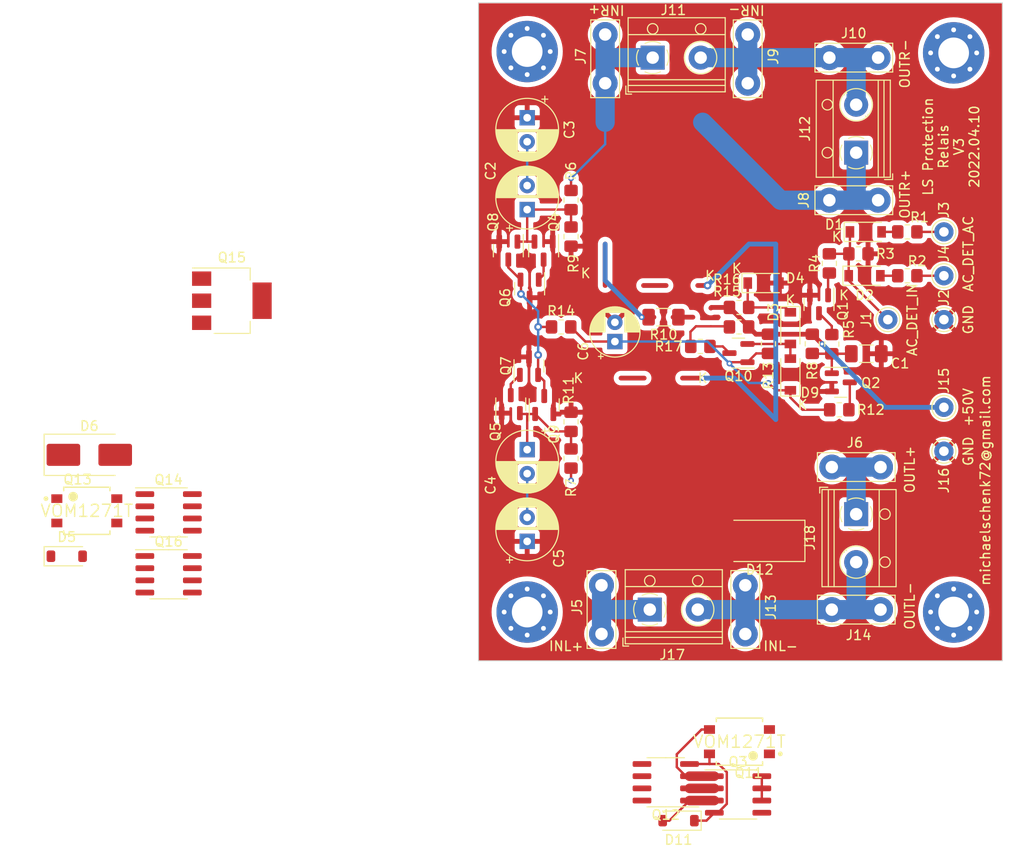
<source format=kicad_pcb>
(kicad_pcb (version 20221018) (generator pcbnew)
  (layers (0 "F.Cu" signal) (31 "B.Cu" signal) (34 "B.Paste" user) (35 "F.Paste" user) (36 "B.SilkS" user "B.Silkscreen") (37 "F.SilkS" user "F.Silkscreen") (38 "B.Mask" user) (39 "F.Mask" user) (44 "Edge.Cuts" user))
  (net 0 "")
  (net 1 "Net-(Q2-B)")
  (net 2 "Net-(Q4-E)")
  (net 3 "Net-(C2-Pad2)")
  (net 4 "Net-(Q5-E)")
  (net 5 "Net-(C4-Pad2)")
  (net 6 "GND")
  (net 7 "Net-(D9-K)")
  (net 8 "Net-(D1-K)")
  (net 9 "Net-(D1-A)")
  (net 10 "Net-(D2-A)")
  (net 11 "Net-(D3-K)")
  (net 12 "Net-(D3-A)")
  (net 13 "Net-(D11-K)")
  (net 14 "Net-(D11-A)")
  (net 15 "Net-(D12-A1)")
  (net 16 "Net-(J3-Pin_1)")
  (net 17 "Net-(J4-Pin_1)")
  (net 18 "INL+")
  (net 19 "INR+")
  (net 20 "Net-(D5-K)")
  (net 21 "Net-(J10-Pin_1)")
  (net 22 "Net-(J13-Pin_1)")
  (net 23 "Net-(J15-Pin_1)")
  (net 24 "Net-(Q1-B)")
  (net 25 "Net-(Q1-C)")
  (net 26 "Net-(Q2-C)")
  (net 27 "Net-(Q4-C)")
  (net 28 "Net-(Q5-C)")
  (net 29 "Net-(Q6-E)")
  (net 30 "Net-(Q10-C)")
  (net 31 "Net-(Q15-B)")
  (net 32 "Net-(Q15-C)")
  (net 33 "unconnected-(R10-Pad2)")
  (net 35 "Net-(D5-A)")
  (net 36 "Net-(D6-A1)")
  (footprint "Resistor_SMD:R_0805_2012Metric_Pad1.20x1.40mm_HandSolder" (layer "F.Cu") (at 92.202 99.552 -90)
    (fp_text reference "R11")
    (fp_text value "22k")
  )
  (footprint "Diode_SMD:D_SOD-123" (layer "F.Cu") (at 112.268 85.09)
    (fp_text reference "D4")
    (fp_text value "MMSZ5245 (15V)")
  )
  (footprint "Resistor_SMD:R_0805_2012Metric_Pad1.20x1.40mm_HandSolder" (layer "F.Cu") (at 109.712 87.63)
    (fp_text reference "R16")
    (fp_text value "47k")
  )
  (footprint "Package_TO_SOT_SMD:SOT-23" (layer "F.Cu") (at 89.342 81.7095 -90)
    (fp_text reference "Q4")
    (fp_text value "MMBTA42")
  )
  (footprint "Package_TO_SOT_SMD:SOT-223-3_TabPin2" (layer "F.Cu") (at 56.8498 86.9304)
    (fp_text reference "Q15")
    (fp_text value "DZT5401")
  )
  (footprint "Resistor_SMD:R_0805_2012Metric_Pad1.20x1.40mm_HandSolder" (layer "F.Cu") (at 112.776 91.424 -90)
    (fp_text reference "R13")
    (fp_text value "220k")
  )
  (footprint "TerminalBlock_RND:TerminalBlock_RND_205-00012_1x02_P5.00mm_Horizontal" (layer "F.Cu") (at 121.92 71.501 90)
    (fp_text reference "J12")
    (fp_text value "OUTR")
  )
  (footprint "Resistor_SMD:R_0805_2012Metric_Pad1.20x1.40mm_HandSolder" (layer "F.Cu") (at 120.158 98.298)
    (fp_text reference "R12")
    (fp_text value "4.7k")
  )
  (footprint "Package_SO:SOIC-8_3.9x4.9mm_P1.27mm" (layer "F.Cu") (at 50.2554 115.443)
    (fp_text reference "Q16")
    (fp_text value "AOSP66920")
  )
  (footprint "kicad-snk:Vishay-VOM1271T-0-0-0" (layer "F.Cu") (at 41.7304 108.828)
    (fp_text reference "Q13")
    (fp_text value "VOM1271T")
  )
  (footprint "Diode_SMD:D_SOD-123" (layer "F.Cu") (at 39.6404 113.563)
    (fp_text reference "D5")
    (fp_text value "MMSZ12T1G (12V)")
  )
  (footprint "Diode_SMD:D_SOD-123" (layer "F.Cu") (at 103.4044 141.1224 180)
    (fp_text reference "D11")
    (fp_text value "MMSZ12T1G (12V)")
  )
  (footprint "kicad-snk:TE-726386-2_Pitch5.08mm_Drill1.3mm" (layer "F.Cu") (at 119.126 76.454)
    (fp_text reference "J8")
    (fp_text value "OUTR+")
  )
  (footprint "Diode_SMD:D_SMB_Handsoldering" (layer "F.Cu") (at 41.9904 102.993)
    (fp_text reference "D6")
    (fp_text value "SMBJP6KE68CA")
  )
  (footprint "Resistor_SMD:R_0805_2012Metric_Pad1.20x1.40mm_HandSolder" (layer "F.Cu") (at 127.254 84.328 180)
    (fp_text reference "R2")
    (fp_text value "22k")
  )
  (footprint "Package_TO_SOT_SMD:SOT-23" (layer "F.Cu") (at 87.884 85.6765 -90)
    (fp_text reference "Q6")
    (fp_text value "MMBTA92")
  )
  (footprint "Resistor_SMD:R_0805_2012Metric_Pad1.20x1.40mm_HandSolder" (layer "F.Cu") (at 91.17 89.662)
    (fp_text reference "R14")
    (fp_text value "10R")
  )
  (footprint "Package_SO:SOIC-8_3.9x4.9mm_P1.27mm" (layer "F.Cu") (at 102.0714 137.122513 180)
    (fp_text reference "Q12")
    (fp_text value "AOSP66920")
  )
  (footprint "Capacitor_THT:CP_Radial_D6.3mm_P2.50mm" (layer "F.Cu") (at 87.63 67.858 -90)
    (fp_text reference "C3")
    (fp_text value "47uF/50V")
  )
  (footprint "Connector_Pin:Pin_D1.0mm_L10.0mm" (layer "F.Cu") (at 131.064 88.9 -90)
    (fp_text reference "J2")
    (fp_text value "AC_DET_GND")
  )
  (footprint "kicad-snk:TE-726386-2_Pitch5.08mm_Drill1.3mm" (layer "F.Cu") (at 119.38 119.129055)
    (fp_text reference "J14")
    (fp_text value "OUTL-")
  )
  (footprint "Connector_Pin:Pin_D1.0mm_L10.0mm" (layer "F.Cu") (at 131.064 84.328 90)
    (fp_text reference "J4")
    (fp_text value "AC_DET_AC")
  )
  (footprint "Connector_Pin:Pin_D1.0mm_L10.0mm" (layer "F.Cu") (at 125.222 88.9 -90)
    (fp_text reference "J1")
    (fp_text value "AC_DET_IN")
  )
  (footprint "Resistor_SMD:R_0805_2012Metric_Pad1.20x1.40mm_HandSolder" (layer "F.Cu") (at 117.348 91.424 -90)
    (fp_text reference "R8")
    (fp_text value "100k")
  )
  (footprint "TerminalBlock_RND:TerminalBlock_RND_205-00012_1x02_P5.00mm_Horizontal" (layer "F.Cu") (at 100.711 61.595)
    (fp_text reference "J11")
    (fp_text value "INR")
  )
  (footprint "Connector_Pin:Pin_D1.0mm_L10.0mm" (layer "F.Cu") (at 131.064 79.756 -90)
    (fp_text reference "J3")
    (fp_text value "AC_DET_AC")
  )
  (footprint "Connector_Pin:Pin_D1.0mm_L10.0mm" (layer "F.Cu") (at 131.064 102.616)
    (fp_text reference "J16")
    (fp_text value "GND")
  )
  (footprint "Package_SO:SOIC-8_3.9x4.9mm_P1.27mm" (layer "F.Cu") (at 50.2554 108.993)
    (fp_text reference "Q14")
    (fp_text value "AOSP66920")
  )
  (footprint "Resistor_SMD:R_1206_3216Metric_Pad1.30x1.75mm_HandSolder" (layer "F.Cu") (at 101.838 88.646 180)
    (fp_text reference "R10")
    (fp_text value "1.62k/2W")
  )
  (footprint "TerminalBlock_RND:TerminalBlock_RND_205-00012_1x02_P5.00mm_Horizontal" (layer "F.Cu") (at 121.92 109.176055 -90)
    (fp_text reference "J18")
    (fp_text value "OUTL")
  )
  (footprint "kicad-snk:TE-726386-2_Pitch5.08mm_Drill1.3mm" (layer "F.Cu") (at 110.363 121.666 90)
    (fp_text reference "J13")
    (fp_text value "INL-")
  )
  (footprint "Package_TO_SOT_SMD:SOT-23" (layer "F.Cu") (at 85.918 97.7115 90)
    (fp_text reference "Q5")
    (fp_text value "MMBTA42")
  )
  (footprint "MountingHole:MountingHole_3.2mm_M3_Pad_Via" (layer "F.Cu") (at 87.63 60.96)
    (fp_text reference "MK1" hide)
    (fp_text value "Mounting_Hole_PAD")
  )
  (footprint "Package_TO_SOT_SMD:SOT-23" (layer "F.Cu") (at 118.044 87.2975 -90)
    (fp_text reference "Q1")
    (fp_text value "MMBTA42")
  )
  (footprint "kicad-snk:TE-726386-2_Pitch5.08mm_Drill1.3mm" (layer "F.Cu") (at 119.126 61.595)
    (fp_text reference "J10")
    (fp_text value "OUTR-")
  )
  (footprint "Package_TO_SOT_SMD:SOT-23" (layer "F.Cu") (at 120.3175 95.438)
    (fp_text reference "Q2")
    (fp_text value "MMBTA42")
  )
  (footprint "TerminalBlock_RND:TerminalBlock_RND_205-00012_1x02_P5.00mm_Horizontal" (layer "F.Cu") (at 100.41 119.126)
    (fp_text reference "J17")
    (fp_text value "INL")
  )
  (footprint "Resistor_SMD:R_0805_2012Metric_Pad1.20x1.40mm_HandSolder" (layer "F.Cu") (at 92.202 76.438 -90)
    (fp_text reference "R6")
    (fp_text value "47k")
  )
  (footprint "kicad-snk:TE-726386-2_Pitch5.08mm_Drill1.3mm" (layer "F.Cu") (at 119.38 104.270055)
    (fp_text reference "J6")
    (fp_text value "OUTL+")
  )
  (footprint "MountingHole:MountingHole_3.2mm_M3_Pad_Via" (layer "F.Cu") (at 132.08 61.1)
    (fp_text reference "MK4" hide)
    (fp_text value "Mounting_Hole_PAD")
  )
  (footprint "Capacitor_THT:CP_Radial_D6.3mm_P2.50mm" (layer "F.Cu") (at 87.63 77.43 90)
    (fp_text reference "C2")
    (fp_text value "47uF/50V")
  )
  (footprint "Capacitor_THT:CP_Radial_D5.0mm_P2.00mm" (layer "F.Cu") (at 96.774 91.186 90)
    (fp_text reference "C6")
    (fp_text value "22uF/50V")
  )
  (footprint "Diode_SMD:D_SOD-123" (layer "F.Cu") (at 122.92 79.756)
    (fp_text reference "D1")
    (fp_text value "1N914")
  )
  (footprint "Resistor_SMD:R_0805_2012Metric_Pad1.20x1.40mm_HandSolder" (layer "F.Cu") (at 119.126 83.042 -90)
    (fp_text reference "R4")
    (fp_text value "100R")
  )
  (footprint "kicad-snk:TE-726386-2_Pitch5.08mm_Drill1.3mm" (layer "F.Cu") (at 95.758 64.262 90)
    (fp_text reference "J7")
    (fp_text value "INR+")
  )
  (footprint "Capacitor_SMD:C_1206_3216Metric_Pad1.33x1.80mm_HandSolder" (layer "F.Cu") (at 122.9745 92.456)
    (fp_text reference "C1")
    (fp_text value "470nF")
  )
  (footprint "Diode_SMD:D_SOD-123" (layer "F.Cu") (at 115.062 94.616 90)
    (fp_text reference "D9")
    (fp_text value "MMSZ5232BT1G (5.6V)")
  )
  (footprint "Resistor_SMD:R_0805_2012Metric_Pad1.20x1.40mm_HandSolder" (layer "F.Cu") (at 119.38 91.456 90)
    (fp_text reference "R5")
    (fp_text value "100R")
  )
  (footprint "Connector_Pin:Pin_D1.0mm_L10.0mm" (layer "F.Cu") (at 131.064 98.044)
    (fp_text reference "J15")
    (fp_text value "+50V")
  )
  (footprint "Resistor_SMD:R_0805_2012Metric_Pad1.20x1.40mm_HandSolder" (layer "F.Cu") (at 122.158 82.042 180)
    (fp_text reference "R3")
    (fp_text value "10k")
  )
  (footprint "Resistor_SMD:R_0805_2012Metric_Pad1.20x1.40mm_HandSolder" (layer "F.Cu") (at 109.712 89.662 180)
    (fp_text reference "R15")
    (fp_text value "6.8k")
  )
  (footprint "Package_TO_SOT_SMD:SOT-23" (layer "F.Cu") (at 89.408 97.799863 90)
    (fp_text reference "Q9")
    (fp_text value "MMBTA42")
  )
  (footprint "Diode_SMD:D_SOD-123" (layer "F.Cu") (at 115.062 89.788 -90)
    (fp_text reference "D3")
    (fp_text value "1N914")
  )
  (footprint "kicad-snk:TE-726386-2_Pitch5.08mm_Drill1.3mm" (layer "F.Cu") (at 110.617 64.262 90)
    (fp_text reference "J9")
    (fp_text value "INR-")
  )
  (footprint "kicad-snk:TE-726386-2_Pitch5.08mm_Drill1.3mm" (layer "F.Cu") (at 95.377 121.666 90)
    (fp_text reference "J5")
    (fp_text value "INL+")
  )
  (footprint "Capacitor_THT:CP_Radial_D6.3mm_P2.50mm" (layer "F.Cu") (at 87.63 102.449621 -90)
    (fp_text reference "C4")
    (fp_text value "47uF/50V")
  )
  (footprint "Package_TO_SOT_SMD:SOT-23" (layer "F.Cu") (at 109.6495 92.39 180)
    (fp_text reference "Q10")
    (fp_text value "MMBTA42")
  )
  (footprint "Resistor_SMD:R_0805_2012Metric_Pad1.20x1.40mm_HandSolder" (layer "F.Cu") (at 105.68 91.694)
    (fp_text reference "R17")
    (fp_text value "22k")
  )
  (footprint "Diode_SMD:D_SMB_Handsoldering" (layer "F.Cu") (at 111.8692 111.9632 180)
    (fp_text reference "D12")
    (fp_text value "SMBJP6KE68CA")
  )
  (footprint "Resistor_SMD:R_0805_2012Metric_Pad1.20x1.40mm_HandSolder" (layer "F.Cu") (at 92.202 103.378 90)
    (fp_text reference "R7")
    (fp_text value "47k")
  )
  (footprint "Resistor_SMD:R_0805_2012Metric_Pad1.20x1.40mm_HandSolder" (layer "F.Cu") (at 92.202 80.248 90)
    (fp_text reference "R9")
    (fp_text value "22k")
  )
  (footprint "Package_TO_SOT_SMD:SOT-23" (layer "F.Cu") (at 85.664 81.7095 -90)
    (fp_text reference "Q8")
    (fp_text value "MMBTA42")
  )
  (footprint "Package_SO:SOIC-8_3.9x4.9mm_P1.27mm" (layer "F.Cu") (at 109.6122 138.392513)
    (fp_text reference "Q3")
    (fp_text value "AOSP66920")
  )
  (footprint "Capacitor_THT:CP_Radial_D6.3mm_P2.50mm" (layer "F.Cu") (at 87.63 112.014001 90)
    (fp_text reference "C5")
    (fp_text value "47uF/50V")
  )
  (footprint "Resistor_SMD:R_0805_2012Metric_Pad1.20x1.40mm_HandSolder" (layer "F.Cu") (at 127.254 79.756 180)
    (fp_text reference "R1")
    (fp_text value "22k")
  )
  (footprint "Package_TO_SOT_SMD:SOT-23" (layer "F.Cu") (at 87.818 93.726 90)
    (fp_text reference "Q7")
    (fp_text value "MMBTA92")
  )
  (footprint "kicad-snk:Vishay-VOM1271T-0-0-0" (layer "F.Cu") (at 109.7542 132.8928 180)
    (fp_text reference "Q11")
    (fp_text value "VOM1271T")
  )
  (footprint "MountingHole:MountingHole_3.2mm_M3_Pad_Via" (layer "F.Cu") (at 132.08 119.38)
    (fp_text reference "MK3" hide)
    (fp_text value "Mounting_Hole_PAD")
  )
  (footprint "MountingHole:MountingHole_3.2mm_M3_Pad_Via" (layer "F.Cu") (at 87.63 119.38)
    (fp_text reference "MK2" hide)
    (fp_text value "Mounting_Hole_PAD")
  )
  (footprint "Diode_SMD:D_SOD-123" (layer "F.Cu") (at 122.792 84.328)
    (fp_text reference "D2")
    (fp_text value "1N914")
  )
  (gr_rect (start 82.55 55.88) (end 137.16 124.46) (stroke (width 0.1)) (fill none) (layer "Edge.Cuts"))
  (gr_text "INL-" (at 114.046 122.936) (layer "F.SilkS") (effects (font (size 1 1))))
  (gr_text "OUTL-" (at 127.508 118.748055 90) (layer "F.SilkS") (effects (font (size 1 1))))
  (gr_text "OUTR-" (at 127 62.23 90) (layer "F.SilkS") (effects (font (size 1 1))))
  (gr_text "+50V" (at 133.604 98.044 90) (layer "F.SilkS") (effects (font (size 1 1))))
  (gr_text "AC_DET_IN" (at 127.762 88.9 90) (layer "F.SilkS") (effects (font (size 1 1))))
  (gr_text "OUTR+" (at 127 75.819 90) (layer "F.SilkS") (effects (font (size 1 1))))
  (gr_text "GND" (at 133.604 102.616 90) (layer "F.SilkS") (effects (font (size 1 1))))
  (gr_text "INR-" (at 110.49 56.642 180) (layer "F.SilkS") (effects (font (size 1 1))))
  (gr_text "K" (at 109.474 83.566) (layer "F.SilkS") (effects (font (size 1 1))))
  (gr_text "K" (at 92.964 94.996) (layer "F.SilkS") (effects (font (size 1 1))))
  (gr_text "AC_DET_AC" (at 133.604 82.042 90) (layer "F.SilkS") (effects (font (size 1 1))))
  (gr_text "LS Protection\nRelais\nV3\n2022.04.10" (at 131.826 70.866 90) (layer "F.SilkS") (effects (font (size 1 1))))
  (gr_text "K" (at 116.332 97.79) (layer "F.SilkS") (effects (font (size 1 1))))
  (gr_text "K" (at 120.65 86.36) (layer "F.SilkS") (effects (font (size 1 1))))
  (gr_text "michaelschenk72@gmail.com" (at 135.382 105.664 90) (layer "F.SilkS") (effects (font (size 1 1))))
  (gr_text "INR+" (at 95.885 56.642 180) (layer "F.SilkS") (effects (font (size 1 1))))
  (gr_text "GND" (at 133.604 88.9 90) (layer "F.SilkS") (effects (font (size 1 1))))
  (gr_text "INL+" (at 91.694 122.936) (layer "F.SilkS") (effects (font (size 1 1))))
  (gr_text "K" (at 105.918 94.996) (layer "F.SilkS") (effects (font (size 1 1))))
  (gr_text "K" (at 106.68 84.328) (layer "F.SilkS") (effects (font (size 1 1))))
  (gr_text "K" (at 93.726 84.074) (layer "F.SilkS") (effects (font (size 1 1))))
  (gr_text "K" (at 119.888 80.264) (layer "F.SilkS") (effects (font (size 1 1))))
  (gr_text "OUTL+" (at 127.508 104.524055 90) (layer "F.SilkS") (effects (font (size 1 1))))
  (gr_text "K" (at 115.062 86.868) (layer "F.SilkS") (effects (font (size 1 1))))
  (segment (start 105.918 94.996) (end 103.822 94.996) (width 0.5) (layer "F.Cu") (net 0))
  (segment (start 99.822 94.996) (end 97.408 94.996) (width 0.5) (layer "F.Cu") (net 0))
  (segment (start 95.758 85.344) (end 95.758 81.026) (width 0.5) (layer "F.Cu") (net 0))
  (segment (start 105.408 85.344) (end 106.426 85.344) (width 0.5) (layer "F.Cu") (net 0))
  (segment (start 102.108 85.344) (end 99.758 85.344) (width 0.5) (layer "F.Cu") (net 0))
  (via (at 106.426 85.344) (size 0.8) (drill 0.4) (layers "F.Cu" "B.Cu") (net 0))
  (via (at 105.918 94.996) (size 0.6) (drill 0.3) (layers "F.Cu" "B.Cu") (net 0))
  (segment (start 106.426 85.344) (end 110.744 81.026) (width 0.5) (layer "B.Cu") (net 0))
  (segment (start 105.918 94.996) (end 109.22 94.996) (width 0.5) (layer "B.Cu") (net 0))
  (segment (start 113.538 99.314) (end 113.538 81.026) (width 0.5) (layer "B.Cu") (net 0))
  (segment (start 110.744 81.026) (end 113.538 81.026) (width 0.5) (layer "B.Cu") (net 0))
  (segment (start 113.538 99.314) (end 109.22 94.996) (width 0.5) (layer "B.Cu") (net 0))
  (segment (start 119.38 92.456) (end 117.38 92.456) (width 0.25) (layer "F.Cu") (net 1))
  (segment (start 121.412 92.456) (end 119.38 92.456) (width 0.25) (layer "F.Cu") (net 1))
  (segment (start 119.38 94.488) (end 119.38 92.456) (width 0.25) (layer "F.Cu") (net 1))
  (segment (start 88.392 80.772) (end 87.63 80.772) (width 0.25) (layer "F.Cu") (net 2))
  (segment (start 92.194 77.43) (end 87.63 77.43) (width 0.25) (layer "F.Cu") (net 2))
  (segment (start 87.63 77.43) (end 87.63 80.772) (width 0.25) (layer "F.Cu") (net 2))
  (segment (start 87.63 80.772) (end 86.614 80.772) (width 0.25) (layer "F.Cu") (net 2))
  (segment (start 92.202 77.438) (end 92.202 79.248) (width 0.25) (layer "F.Cu") (net 2))
  (segment (start 87.63 74.93) (end 87.63 70.358) (width 0.25) (layer "B.Cu") (net 3))
  (segment (start 87.63 102.449621) (end 87.63 98.806) (width 0.25) (layer "F.Cu") (net 4))
  (segment (start 87.561363 98.737363) (end 86.956363 98.737363) (width 0.25) (layer "F.Cu") (net 4))
  (segment (start 92.202 100.552) (end 90.272637 100.552) (width 0.25) (layer "F.Cu") (net 4))
  (segment (start 92.202 102.378) (end 92.202 100.552) (width 0.25) (layer "F.Cu") (net 4))
  (segment (start 90.272637 100.552) (end 88.458 98.737363) (width 0.25) (layer "F.Cu") (net 4))
  (segment (start 87.63 98.806) (end 87.561363 98.737363) (width 0.25) (layer "F.Cu") (net 4))
  (segment (start 88.458 98.737363) (end 87.561363 98.737363) (width 0.25) (layer "F.Cu") (net 4))
  (segment (start 87.63 109.514001) (end 87.63 104.949621) (width 0.25) (layer "B.Cu") (net 5))
  (segment (start 113.538 96.266) (end 112.776 95.504) (width 0.25) (layer "F.Cu") (net 7))
  (segment (start 116.332 98.298) (end 119.158 98.298) (width 0.25) (layer "F.Cu") (net 7))
  (segment (start 93.694 91.186) (end 92.17 89.662) (width 0.25) (layer "F.Cu") (net 7))
  (segment (start 110.587 93.34) (end 111.503 92.424) (width 0.25) (layer "F.Cu") (net 7))
  (segment (start 115.062 97.028) (end 116.332 98.298) (width 0.25) (layer "F.Cu") (net 7))
  (segment (start 111.503 92.424) (end 112.776 92.424) (width 0.25) (layer "F.Cu") (net 7))
  (segment (start 115.062 96.266) (end 113.538 96.266) (width 0.25) (layer "F.Cu") (net 7))
  (segment (start 115.062 96.266) (end 115.062 97.028) (width 0.25) (layer "F.Cu") (net 7))
  (segment (start 110.587 93.34) (end 108.844 93.34) (width 0.25) (layer "F.Cu") (net 7))
  (segment (start 96.774 91.186) (end 93.694 91.186) (width 0.25) (layer "F.Cu") (net 7))
  (segment (start 108.844 93.34) (end 108.712 93.472) (width 0.25) (layer "F.Cu") (net 7))
  (via (at 108.712 93.472) (size 0.6) (drill 0.3) (layers "F.Cu" "B.Cu") (net 7))
  (via (at 112.776 95.504) (size 0.6) (drill 0.3) (layers "F.Cu" "B.Cu") (net 7))
  (segment (start 110.744 95.504) (end 108.712 93.472) (width 0.25) (layer "B.Cu") (net 7))
  (segment (start 106.426 91.186) (end 96.774 91.186) (width 0.25) (layer "B.Cu") (net 7))
  (segment (start 112.776 95.504) (end 110.744 95.504) (width 0.25) (layer "B.Cu") (net 7))
  (segment (start 108.712 93.472) (end 106.426 91.186) (width 0.25) (layer "B.Cu") (net 7))
  (segment (start 121.142 84.82) (end 121.142 84.328) (width 0.25) (layer "F.Cu") (net 8))
  (segment (start 121.142 84.328) (end 121.142 82.058) (width 0.25) (layer "F.Cu") (net 8))
  (segment (start 121.158 82.042) (end 119.126 82.042) (width 0.25) (layer "F.Cu") (net 8))
  (segment (start 121.27 79.756) (end 121.27 81.93) (width 0.25) (layer "F.Cu") (net 8))
  (segment (start 125.222 88.9) (end 121.142 84.82) (width 0.25) (layer "F.Cu") (net 8))
  (segment (start 124.57 79.756) (end 126.254 79.756) (width 0.25) (layer "F.Cu") (net 9))
  (segment (start 124.442 84.328) (end 126.254 84.328) (width 0.25) (layer "F.Cu") (net 10))
  (segment (start 114.554 87.63) (end 115.062 88.138) (width 0.25) (layer "F.Cu") (net 11))
  (segment (start 110.618 87.536) (end 110.618 85.09) (width 0.25) (layer "F.Cu") (net 11))
  (segment (start 110.712 87.63) (end 114.554 87.63) (width 0.25) (layer "F.Cu") (net 11))
  (segment (start 115.062 91.438) (end 110.589 91.438) (width 0.25) (layer "F.Cu") (net 12))
  (segment (start 115.062 92.966) (end 115.062 91.438) (width 0.25) (layer "F.Cu") (net 12))
  (segment (start 105.0544 141.1224) (end 106.312313 141.1224) (width 0.25) (layer "F.Cu") (net 13))
  (segment (start 106.312313 141.1224) (end 107.1372 140.297513) (width 0.25) (layer "F.Cu") (net 13))
  (segment (start 108.4372 136.0724) (end 107.582313 135.217513) (width 0.25) (layer "F.Cu") (net 13))
  (segment (start 106.6292 135.217513) (end 104.5464 135.217513) (width 0.25) (layer "F.Cu") (net 13))
  (segment (start 107.582313 135.217513) (end 106.6292 135.217513) (width 0.25) (layer "F.Cu") (net 13))
  (segment (start 106.6292 134.1628) (end 106.6292 135.217513) (width 0.25) (layer "F.Cu") (net 13))
  (segment (start 107.1372 140.297513) (end 107.513951 140.297513) (width 0.25) (layer "F.Cu") (net 13))
  (segment (start 108.4372 139.374264) (end 108.4372 136.0724) (width 0.25) (layer "F.Cu") (net 13))
  (segment (start 107.513951 140.297513) (end 108.4372 139.374264) (width 0.25) (layer "F.Cu") (net 13))
  (segment (start 106.6292 131.6228) (end 105.8042 131.6228) (width 0.25) (layer "F.Cu") (net 14))
  (segment (start 103.2256 135.543464) (end 104.169649 136.487513) (width 0.25) (layer "F.Cu") (net 14))
  (segment (start 104.5464 139.027513) (end 107.1372 139.027513) (width 1) (layer "F.Cu") (net 14))
  (segment (start 105.8042 131.6228) (end 103.2256 134.2014) (width 0.25) (layer "F.Cu") (net 14))
  (segment (start 107.1372 139.027513) (end 107.513951 139.027513) (width 0.25) (layer "F.Cu") (net 14))
  (segment (start 104.5464 137.757513) (end 107.1372 137.757513) (width 1) (layer "F.Cu") (net 14))
  (segment (start 102.451513 141.1224) (end 104.5464 139.027513) (width 0.25) (layer "F.Cu") (net 14))
  (segment (start 104.5464 136.487513) (end 107.1372 136.487513) (width 1) (layer "F.Cu") (net 14))
  (segment (start 103.2256 134.2014) (end 103.2256 135.543464) (width 0.25) (layer "F.Cu") (net 14))
  (segment (start 104.169649 136.487513) (end 104.5464 136.487513) (width 0.25) (layer "F.Cu") (net 14))
  (segment (start 101.7544 141.1224) (end 102.451513 141.1224) (width 0.25) (layer "F.Cu") (net 14))
  (segment (start 112.0872 139.027513) (end 112.0872 136.487513) (width 0.25) (layer "F.Cu") (net 15))
  (segment (start 121.92 104.394) (end 121.796055 104.270055) (width 2) (layer "B.Cu") (net 15))
  (segment (start 121.92 109.176055) (end 121.92 104.394) (width 2) (layer "B.Cu") (net 15))
  (segment (start 119.38 104.270055) (end 121.796055 104.270055) (width 2) (layer "B.Cu") (net 15))
  (segment (start 121.796055 104.270055) (end 124.46 104.270055) (width 2) (layer "B.Cu") (net 15))
  (segment (start 128.254 79.756) (end 131.064 79.756) (width 0.25) (layer "F.Cu") (net 16))
  (segment (start 128.254 84.328) (end 131.064 84.328) (width 0.25) (layer "F.Cu") (net 17))
  (segment (start 92.202 104.378) (end 92.202 105.664) (width 0.25) (layer "F.Cu") (net 18))
  (via (at 92.202 105.664) (size 0.6) (drill 0.3) (layers "F.Cu" "B.Cu") (net 18))
  (segment (start 100.41 119.126) (end 100.457 119.126) (width 2) (layer "B.Cu") (net 18))
  (segment (start 95.377 119.634) (end 95.377 121.666) (width 2) (layer "B.Cu") (net 18))
  (segment (start 95.885 119.126) (end 95.377 119.634) (width 2) (layer "B.Cu") (net 18))
  (segment (start 95.377 116.586) (end 95.377 119.634) (width 2) (layer "B.Cu") (net 18))
  (segment (start 100.41 119.126) (end 95.885 119.126) (width 2) (layer "B.Cu") (net 18))
  (segment (start 92.202 75.438) (end 92.202 74.168) (width 0.25) (layer "F.Cu") (net 19))
  (via (at 92.202 74.168) (size 0.6) (drill 0.3) (layers "F.Cu" "B.Cu") (net 19))
  (segment (start 92.202 74.168) (end 95.758 70.612) (width 0.25) (layer "B.Cu") (net 19))
  (segment (start 95.758 64.262) (end 95.758 68.326) (width 2) (layer "B.Cu") (net 19))
  (segment (start 95.885 61.595) (end 95.758 61.468) (width 2) (layer "B.Cu") (net 19))
  (segment (start 95.758 70.612) (end 95.758 68.326) (width 0.25) (layer "B.Cu") (net 19))
  (segment (start 95.758 64.262) (end 95.758 61.468) (width 2) (layer "B.Cu") (net 19))
  (segment (start 95.758 61.468) (end 95.758 59.182) (width 2) (layer "B.Cu") (net 19))
  (segment (start 100.711 61.595) (end 95.885 61.595) (width 2) (layer "B.Cu") (net 19))
  (segment (start 119.126 61.595) (end 110.998 61.595) (width 2) (layer "B.Cu") (net 21))
  (segment (start 105.711 61.595) (end 110.998 61.595) (width 2) (layer "B.Cu") (net 21))
  (segment (start 110.617 59.182) (end 110.617 61.976) (width 2) (layer "B.Cu") (net 21))
  (segment (start 121.92 66.501) (end 121.92 62.103) (width 2) (layer "B.Cu") (net 21))
  (segment (start 121.92 62.103) (end 121.412 61.595) (width 2) (layer "B.Cu") (net 21))
  (segment (start 110.617 61.976) (end 110.617 64.262) (width 2) (layer "B.Cu") (net 21))
  (segment (start 119.126 61.595) (end 121.412 61.595) (width 2) (layer "B.Cu") (net 21))
  (segment (start 110.998 61.595) (end 110.617 61.976) (width 2) (layer "B.Cu") (net 21))
  (segment (start 121.412 61.595) (end 124.206 61.595) (width 2) (layer "B.Cu") (net 21))
  (segment (start 122.555 119.129055) (end 119.38 119.129055) (width 2) (layer "B.Cu") (net 22))
  (segment (start 124.46 119.129055) (end 122.555 119.129055) (width 2) (layer "B.Cu") (net 22))
  (segment (start 110.366055 119.129055) (end 110.363 119.126) (width 2) (layer "B.Cu") (net 22))
  (segment (start 110.363 121.666) (end 110.363 119.126) (width 2) (layer "B.Cu") (net 22))
  (segment (start 119.38 119.129055) (end 110.366055 119.129055) (width 2) (layer "B.Cu") (net 22))
  (segment (start 121.92 114.176055) (end 121.92 118.494055) (width 2) (layer "B.Cu") (net 22))
  (segment (start 121.92 118.494055) (end 122.555 119.129055) (width 2) (layer "B.Cu") (net 22))
  (segment (start 110.363 119.126) (end 110.363 116.586) (width 2) (layer "B.Cu") (net 22))
  (segment (start 105.41 119.126) (end 110.363 119.126) (width 2) (layer "B.Cu") (net 22))
  (segment (start 111.474 90.424) (end 110.712 89.662) (width 0.5) (layer "F.Cu") (net 23))
  (segment (start 112.776 90.424) (end 111.474 90.424) (width 0.5) (layer "F.Cu") (net 23))
  (segment (start 117.348 90.424) (end 112.776 90.424) (width 0.5) (layer "F.Cu") (net 23))
  (segment (start 110.712 89.63) (end 108.712 87.63) (width 0.5) (layer "F.Cu") (net 23))
  (segment (start 118.364 91.44) (end 117.348 90.424) (width 0.5) (layer "F.Cu") (net 23))
  (segment (start 106.843 87.63) (end 106.777 87.696) (width 0.5) (layer "F.Cu") (net 23))
  (segment (start 108.712 87.63) (end 106.843 87.63) (width 0.5) (layer "F.Cu") (net 23))
  (via (at 118.364 91.44) (size 0.6) (drill 0.3) (layers "F.Cu" "B.Cu") (net 23))
  (segment (start 124.968 98.044) (end 118.364 91.44) (width 0.5) (layer "B.Cu") (net 23))
  (segment (start 131.064 98.044) (end 124.968 98.044) (width 0.5) (layer "B.Cu") (net 23))
  (segment (start 118.994 86.36) (end 118.994 84.174) (width 0.25) (layer "F.Cu") (net 24))
  (segment (start 119.38 89.571) (end 118.044 88.235) (width 0.25) (layer "F.Cu") (net 25))
  (segment (start 119.38 90.456) (end 119.38 89.571) (width 0.25) (layer "F.Cu") (net 25))
  (segment (start 121.255 98.201) (end 121.158 98.298) (width 0.25) (layer "F.Cu") (net 26))
  (segment (start 121.255 95.438) (end 121.255 98.201) (width 0.25) (layer "F.Cu") (net 26))
  (segment (start 89.342 82.647) (end 89.342 84.231) (width 0.25) (layer "F.Cu") (net 27))
  (segment (start 89.342 84.231) (end 88.834 84.739) (width 0.25) (layer "F.Cu") (net 27))
  (segment (start 85.918 95.6135) (end 86.868 94.6635) (width 0.25) (layer "F.Cu") (net 28))
  (segment (start 85.918 96.774) (end 85.918 95.6135) (width 0.25) (layer "F.Cu") (net 28))
  (segment (start 89.408 95.3035) (end 88.768 94.6635) (width 0.25) (layer "F.Cu") (net 29))
  (segment (start 90.17 89.662) (end 88.773 89.662) (width 0.25) (layer "F.Cu") (net 29))
  (segment (start 85.664 83.469) (end 86.934 84.739) (width 0.25) (layer "F.Cu") (net 29))
  (segment (start 86.9845 86.233) (end 86.9845 84.7895) (width 0.25) (layer "F.Cu") (net 29))
  (segment (start 88.768 94.6635) (end 88.768 92.588) (width 0.25) (layer "F.Cu") (net 29))
  (segment (start 88.768 92.588) (end 88.773 92.583) (width 0.25) (layer "F.Cu") (net 29))
  (segment (start 89.408 96.862363) (end 89.408 95.3035) (width 0.25) (layer "F.Cu") (net 29))
  (segment (start 85.664 82.647) (end 85.664 83.469) (width 0.25) (layer "F.Cu") (net 29))
  (via (at 86.9845 86.233) (size 0.8) (drill 0.4) (layers "F.Cu" "B.Cu") (net 29))
  (via (at 88.773 89.662) (size 0.8) (drill 0.4) (layers "F.Cu" "B.Cu") (net 29))
  (via (at 88.773 92.583) (size 0.8) (drill 0.4) (layers "F.Cu" "B.Cu") (net 29))
  (segment (start 88.773 92.583) (end 88.773 89.662) (width 0.25) (layer "B.Cu") (net 29))
  (segment (start 88.773 88.0215) (end 86.9845 86.233) (width 0.25) (layer "B.Cu") (net 29))
  (segment (start 88.773 89.662) (end 88.773 88.0215) (width 0.25) (layer "B.Cu") (net 29))
  (segment (start 108.016 91.694) (end 108.712 92.39) (width 0.25) (layer "F.Cu") (net 30))
  (segment (start 106.68 91.694) (end 108.016 91.694) (width 0.25) (layer "F.Cu") (net 30))
  (segment (start 105.222 89.596) (end 104.648 90.17) (width 0.25) (layer "F.Cu") (net 31))
  (segment (start 104.648 91.662) (end 104.68 91.694) (width 0.25) (layer "F.Cu") (net 31))
  (segment (start 106.777 89.596) (end 108.646 89.596) (width 0.25) (layer "F.Cu") (net 31))
  (segment (start 104.648 90.17) (end 104.648 91.662) (width 0.25) (layer "F.Cu") (net 31))
  (segment (start 106.777 89.596) (end 105.222 89.596) (width 0.25) (layer "F.Cu") (net 31))
  (segment (start 104.902 88.646) (end 102.838 88.646) (width 0.5) (layer "F.Cu") (net 32))
  (segment (start 100.838 88.646) (end 99.568 88.646) (width 0.5) (layer "F.Cu") (net 33))
  (via (at 99.568 88.646) (size 0.6) (drill 0.3) (layers "F.Cu" "B.Cu") (net 33))
  (segment (start 95.758 84.836) (end 95.758 81.026) (width 0.5) (layer "B.Cu") (net 33))
  (segment (start 99.568 88.646) (end 95.758 84.836) (width 0.5) (layer "B.Cu") (net 33))
  (segment (start 124.206 76.454) (end 121.92 76.454) (width 2) (layer "B.Cu") (net 36))
  (segment (start 114.046 76.454) (end 105.918 68.326) (width 2) (layer "B.Cu") (net 36))
  (segment (start 119.126 76.454) (end 114.046 76.454) (width 2) (layer "B.Cu") (net 36))
  (segment (start 121.92 76.454) (end 119.126 76.454) (width 2) (layer "B.Cu") (net 36))
  (segment (start 121.92 71.501) (end 121.92 76.454) (width 2) (layer "B.Cu") (net 36))
  (zone (net 6) (net_name "GND") (layer "F.Cu") (connect_pads (clearance 0.508)) (min_thickness 0.254) (fill yes (thermal_gap 0.508) (thermal_bridge_width 0.508))
    (polygon (pts (xy 137.16 124.46) (xy 82.55 124.46) (xy 82.55 55.88) (xy 137.16 55.88)))
  )
)
</source>
